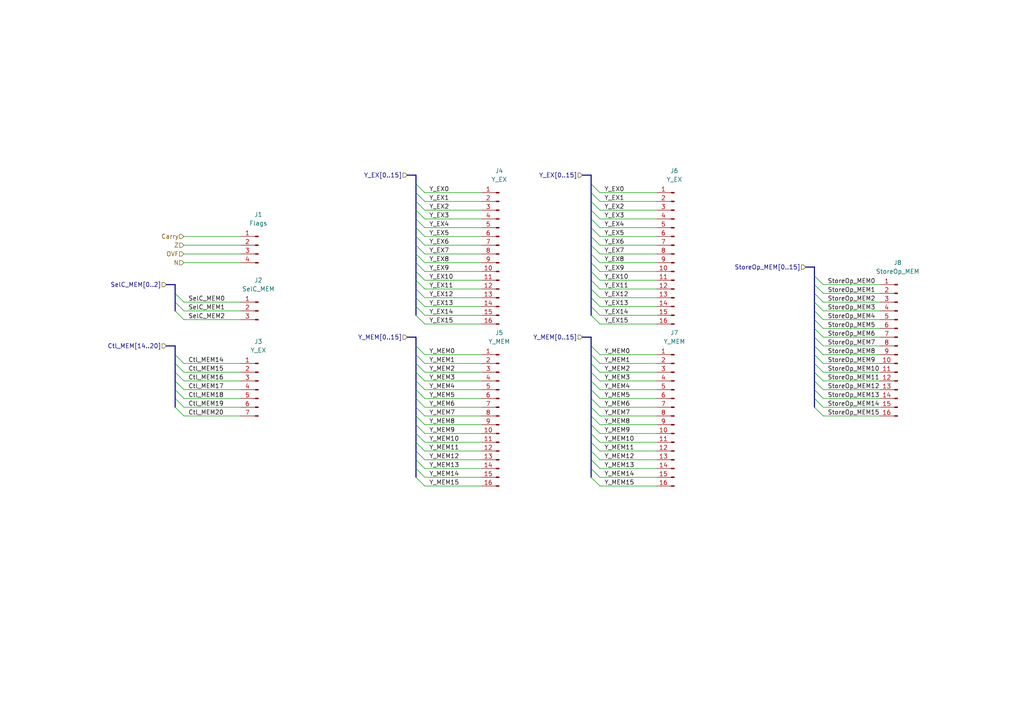
<source format=kicad_sch>
(kicad_sch (version 20230121) (generator eeschema)
  (paper "A4")
  (title_block (title "Turtle16: EX Module Outputs") (date "2022-09-24") (rev "B"))
  (lib_symbols
    (symbol "Connector:Conn_01x03_Male" (pin_names (offset 1.016) hide)
      (property "Reference" "J" (at 0 5.08 0))
      (property "Value" "Conn_01x03_Male" (at 0 -5.08 0))
      (symbol "Conn_01x03_Male_1_1"
        (polyline (pts (xy 1.27 -2.54) (xy 0.8636 -2.54)) (stroke (width 0.1524)))
        (polyline (pts (xy 1.27 0) (xy 0.8636 0)) (stroke (width 0.1524)))
        (polyline (pts (xy 1.27 2.54) (xy 0.8636 2.54)) (stroke (width 0.1524)))
        (rectangle (start 0.8636 -2.413) (end 0 -2.667) (stroke (width 0.1524)) (fill (type outline)))
        (rectangle (start 0.8636 0.127) (end 0 -0.127) (stroke (width 0.1524)) (fill (type outline)))
        (rectangle (start 0.8636 2.667) (end 0 2.413) (stroke (width 0.1524)) (fill (type outline)))
        (pin passive line (at 5.08 2.54 180) (length 3.81) (name "Pin_1") (number "1"))
        (pin passive line (at 5.08 0 180) (length 3.81) (name "Pin_2") (number "2"))
        (pin passive line (at 5.08 -2.54 180) (length 3.81) (name "Pin_3") (number "3"))
      )
    )
    (symbol "Connector:Conn_01x04_Male" (pin_names (offset 1.016) hide)
      (property "Reference" "J" (at 0 5.08 0))
      (property "Value" "Conn_01x04_Male" (at 0 -7.62 0))
      (symbol "Conn_01x04_Male_1_1"
        (polyline (pts (xy 1.27 -5.08) (xy 0.8636 -5.08)) (stroke (width 0.1524)))
        (polyline (pts (xy 1.27 -2.54) (xy 0.8636 -2.54)) (stroke (width 0.1524)))
        (polyline (pts (xy 1.27 0) (xy 0.8636 0)) (stroke (width 0.1524)))
        (polyline (pts (xy 1.27 2.54) (xy 0.8636 2.54)) (stroke (width 0.1524)))
        (rectangle (start 0.8636 -4.953) (end 0 -5.207) (stroke (width 0.1524)) (fill (type outline)))
        (rectangle (start 0.8636 -2.413) (end 0 -2.667) (stroke (width 0.1524)) (fill (type outline)))
        (rectangle (start 0.8636 0.127) (end 0 -0.127) (stroke (width 0.1524)) (fill (type outline)))
        (rectangle (start 0.8636 2.667) (end 0 2.413) (stroke (width 0.1524)) (fill (type outline)))
        (pin passive line (at 5.08 2.54 180) (length 3.81) (name "Pin_1") (number "1"))
        (pin passive line (at 5.08 0 180) (length 3.81) (name "Pin_2") (number "2"))
        (pin passive line (at 5.08 -2.54 180) (length 3.81) (name "Pin_3") (number "3"))
        (pin passive line (at 5.08 -5.08 180) (length 3.81) (name "Pin_4") (number "4"))
      )
    )
    (symbol "Connector:Conn_01x07_Male" (pin_names (offset 1.016) hide)
      (property "Reference" "J" (at 0 10.16 0))
      (property "Value" "Conn_01x07_Male" (at 0 -10.16 0))
      (symbol "Conn_01x07_Male_1_1"
        (polyline (pts (xy 1.27 -7.62) (xy 0.8636 -7.62)) (stroke (width 0.1524)))
        (polyline (pts (xy 1.27 -5.08) (xy 0.8636 -5.08)) (stroke (width 0.1524)))
        (polyline (pts (xy 1.27 -2.54) (xy 0.8636 -2.54)) (stroke (width 0.1524)))
        (polyline (pts (xy 1.27 0) (xy 0.8636 0)) (stroke (width 0.1524)))
        (polyline (pts (xy 1.27 2.54) (xy 0.8636 2.54)) (stroke (width 0.1524)))
        (polyline (pts (xy 1.27 5.08) (xy 0.8636 5.08)) (stroke (width 0.1524)))
        (polyline (pts (xy 1.27 7.62) (xy 0.8636 7.62)) (stroke (width 0.1524)))
        (rectangle (start 0.8636 -7.493) (end 0 -7.747) (stroke (width 0.1524)) (fill (type outline)))
        (rectangle (start 0.8636 -4.953) (end 0 -5.207) (stroke (width 0.1524)) (fill (type outline)))
        (rectangle (start 0.8636 -2.413) (end 0 -2.667) (stroke (width 0.1524)) (fill (type outline)))
        (rectangle (start 0.8636 0.127) (end 0 -0.127) (stroke (width 0.1524)) (fill (type outline)))
        (rectangle (start 0.8636 2.667) (end 0 2.413) (stroke (width 0.1524)) (fill (type outline)))
        (rectangle (start 0.8636 5.207) (end 0 4.953) (stroke (width 0.1524)) (fill (type outline)))
        (rectangle (start 0.8636 7.747) (end 0 7.493) (stroke (width 0.1524)) (fill (type outline)))
        (pin passive line (at 5.08 7.62 180) (length 3.81) (name "Pin_1") (number "1"))
        (pin passive line (at 5.08 5.08 180) (length 3.81) (name "Pin_2") (number "2"))
        (pin passive line (at 5.08 2.54 180) (length 3.81) (name "Pin_3") (number "3"))
        (pin passive line (at 5.08 0 180) (length 3.81) (name "Pin_4") (number "4"))
        (pin passive line (at 5.08 -2.54 180) (length 3.81) (name "Pin_5") (number "5"))
        (pin passive line (at 5.08 -5.08 180) (length 3.81) (name "Pin_6") (number "6"))
        (pin passive line (at 5.08 -7.62 180) (length 3.81) (name "Pin_7") (number "7"))
      )
    )
    (symbol "Connector:Conn_01x16_Male" (pin_names (offset 1.016) hide)
      (property "Reference" "J" (at 0 20.32 0))
      (property "Value" "Conn_01x16_Male" (at 0 -22.86 0))
      (symbol "Conn_01x16_Male_1_1"
        (polyline (pts (xy 1.27 -20.32) (xy 0.8636 -20.32)) (stroke (width 0.1524)))
        (polyline (pts (xy 1.27 -17.78) (xy 0.8636 -17.78)) (stroke (width 0.1524)))
        (polyline (pts (xy 1.27 -15.24) (xy 0.8636 -15.24)) (stroke (width 0.1524)))
        (polyline (pts (xy 1.27 -12.7) (xy 0.8636 -12.7)) (stroke (width 0.1524)))
        (polyline (pts (xy 1.27 -10.16) (xy 0.8636 -10.16)) (stroke (width 0.1524)))
        (polyline (pts (xy 1.27 -7.62) (xy 0.8636 -7.62)) (stroke (width 0.1524)))
        (polyline (pts (xy 1.27 -5.08) (xy 0.8636 -5.08)) (stroke (width 0.1524)))
        (polyline (pts (xy 1.27 -2.54) (xy 0.8636 -2.54)) (stroke (width 0.1524)))
        (polyline (pts (xy 1.27 0) (xy 0.8636 0)) (stroke (width 0.1524)))
        (polyline (pts (xy 1.27 2.54) (xy 0.8636 2.54)) (stroke (width 0.1524)))
        (polyline (pts (xy 1.27 5.08) (xy 0.8636 5.08)) (stroke (width 0.1524)))
        (polyline (pts (xy 1.27 7.62) (xy 0.8636 7.62)) (stroke (width 0.1524)))
        (polyline (pts (xy 1.27 10.16) (xy 0.8636 10.16)) (stroke (width 0.1524)))
        (polyline (pts (xy 1.27 12.7) (xy 0.8636 12.7)) (stroke (width 0.1524)))
        (polyline (pts (xy 1.27 15.24) (xy 0.8636 15.24)) (stroke (width 0.1524)))
        (polyline (pts (xy 1.27 17.78) (xy 0.8636 17.78)) (stroke (width 0.1524)))
        (rectangle (start 0.8636 -20.193) (end 0 -20.447) (stroke (width 0.1524)) (fill (type outline)))
        (rectangle (start 0.8636 -17.653) (end 0 -17.907) (stroke (width 0.1524)) (fill (type outline)))
        (rectangle (start 0.8636 -15.113) (end 0 -15.367) (stroke (width 0.1524)) (fill (type outline)))
        (rectangle (start 0.8636 -12.573) (end 0 -12.827) (stroke (width 0.1524)) (fill (type outline)))
        (rectangle (start 0.8636 -10.033) (end 0 -10.287) (stroke (width 0.1524)) (fill (type outline)))
        (rectangle (start 0.8636 -7.493) (end 0 -7.747) (stroke (width 0.1524)) (fill (type outline)))
        (rectangle (start 0.8636 -4.953) (end 0 -5.207) (stroke (width 0.1524)) (fill (type outline)))
        (rectangle (start 0.8636 -2.413) (end 0 -2.667) (stroke (width 0.1524)) (fill (type outline)))
        (rectangle (start 0.8636 0.127) (end 0 -0.127) (stroke (width 0.1524)) (fill (type outline)))
        (rectangle (start 0.8636 2.667) (end 0 2.413) (stroke (width 0.1524)) (fill (type outline)))
        (rectangle (start 0.8636 5.207) (end 0 4.953) (stroke (width 0.1524)) (fill (type outline)))
        (rectangle (start 0.8636 7.747) (end 0 7.493) (stroke (width 0.1524)) (fill (type outline)))
        (rectangle (start 0.8636 10.287) (end 0 10.033) (stroke (width 0.1524)) (fill (type outline)))
        (rectangle (start 0.8636 12.827) (end 0 12.573) (stroke (width 0.1524)) (fill (type outline)))
        (rectangle (start 0.8636 15.367) (end 0 15.113) (stroke (width 0.1524)) (fill (type outline)))
        (rectangle (start 0.8636 17.907) (end 0 17.653) (stroke (width 0.1524)) (fill (type outline)))
        (pin passive line (at 5.08 17.78 180) (length 3.81) (name "Pin_1") (number "1"))
        (pin passive line (at 5.08 -5.08 180) (length 3.81) (name "Pin_10") (number "10"))
        (pin passive line (at 5.08 -7.62 180) (length 3.81) (name "Pin_11") (number "11"))
        (pin passive line (at 5.08 -10.16 180) (length 3.81) (name "Pin_12") (number "12"))
        (pin passive line (at 5.08 -12.7 180) (length 3.81) (name "Pin_13") (number "13"))
        (pin passive line (at 5.08 -15.24 180) (length 3.81) (name "Pin_14") (number "14"))
        (pin passive line (at 5.08 -17.78 180) (length 3.81) (name "Pin_15") (number "15"))
        (pin passive line (at 5.08 -20.32 180) (length 3.81) (name "Pin_16") (number "16"))
        (pin passive line (at 5.08 15.24 180) (length 3.81) (name "Pin_2") (number "2"))
        (pin passive line (at 5.08 12.7 180) (length 3.81) (name "Pin_3") (number "3"))
        (pin passive line (at 5.08 10.16 180) (length 3.81) (name "Pin_4") (number "4"))
        (pin passive line (at 5.08 7.62 180) (length 3.81) (name "Pin_5") (number "5"))
        (pin passive line (at 5.08 5.08 180) (length 3.81) (name "Pin_6") (number "6"))
        (pin passive line (at 5.08 2.54 180) (length 3.81) (name "Pin_7") (number "7"))
        (pin passive line (at 5.08 0 180) (length 3.81) (name "Pin_8") (number "8"))
        (pin passive line (at 5.08 -2.54 180) (length 3.81) (name "Pin_9") (number "9"))
      )
    )
  )
  (bus_entry (at 50.8 102.87) (size 2.54 2.54))
  (bus_entry (at 171.45 135.89) (size 2.54 2.54))
  (bus_entry (at 236.22 107.95) (size 2.54 2.54))
  (bus_entry (at 171.45 91.44) (size 2.54 2.54))
  (bus_entry (at 236.22 90.17) (size 2.54 2.54))
  (bus_entry (at 120.65 110.49) (size 2.54 2.54))
  (bus_entry (at 171.45 78.74) (size 2.54 2.54))
  (bus_entry (at 236.22 80.01) (size 2.54 2.54))
  (bus_entry (at 236.22 100.33) (size 2.54 2.54))
  (bus_entry (at 120.65 105.41) (size 2.54 2.54))
  (bus_entry (at 120.65 60.96) (size 2.54 2.54))
  (bus_entry (at 120.65 63.5) (size 2.54 2.54))
  (bus_entry (at 120.65 81.28) (size 2.54 2.54))
  (bus_entry (at 236.22 102.87) (size 2.54 2.54))
  (bus_entry (at 171.45 58.42) (size 2.54 2.54))
  (bus_entry (at 120.65 78.74) (size 2.54 2.54))
  (bus_entry (at 236.22 97.79) (size 2.54 2.54))
  (bus_entry (at 171.45 123.19) (size 2.54 2.54))
  (bus_entry (at 50.8 90.17) (size 2.54 2.54))
  (bus_entry (at 120.65 91.44) (size 2.54 2.54))
  (bus_entry (at 120.65 53.34) (size 2.54 2.54))
  (bus_entry (at 171.45 71.12) (size 2.54 2.54))
  (bus_entry (at 236.22 85.09) (size 2.54 2.54))
  (bus_entry (at 120.65 83.82) (size 2.54 2.54))
  (bus_entry (at 120.65 66.04) (size 2.54 2.54))
  (bus_entry (at 236.22 87.63) (size 2.54 2.54))
  (bus_entry (at 120.65 100.33) (size 2.54 2.54))
  (bus_entry (at 120.65 76.2) (size 2.54 2.54))
  (bus_entry (at 171.45 118.11) (size 2.54 2.54))
  (bus_entry (at 171.45 130.81) (size 2.54 2.54))
  (bus_entry (at 171.45 105.41) (size 2.54 2.54))
  (bus_entry (at 50.8 105.41) (size 2.54 2.54))
  (bus_entry (at 171.45 88.9) (size 2.54 2.54))
  (bus_entry (at 171.45 73.66) (size 2.54 2.54))
  (bus_entry (at 171.45 66.04) (size 2.54 2.54))
  (bus_entry (at 171.45 53.34) (size 2.54 2.54))
  (bus_entry (at 236.22 105.41) (size 2.54 2.54))
  (bus_entry (at 120.65 55.88) (size 2.54 2.54))
  (bus_entry (at 120.65 128.27) (size 2.54 2.54))
  (bus_entry (at 50.8 115.57) (size 2.54 2.54))
  (bus_entry (at 171.45 86.36) (size 2.54 2.54))
  (bus_entry (at 171.45 81.28) (size 2.54 2.54))
  (bus_entry (at 171.45 100.33) (size 2.54 2.54))
  (bus_entry (at 120.65 86.36) (size 2.54 2.54))
  (bus_entry (at 50.8 87.63) (size 2.54 2.54))
  (bus_entry (at 120.65 107.95) (size 2.54 2.54))
  (bus_entry (at 120.65 120.65) (size 2.54 2.54))
  (bus_entry (at 171.45 102.87) (size 2.54 2.54))
  (bus_entry (at 236.22 115.57) (size 2.54 2.54))
  (bus_entry (at 50.8 85.09) (size 2.54 2.54))
  (bus_entry (at 171.45 115.57) (size 2.54 2.54))
  (bus_entry (at 236.22 95.25) (size 2.54 2.54))
  (bus_entry (at 171.45 133.35) (size 2.54 2.54))
  (bus_entry (at 171.45 68.58) (size 2.54 2.54))
  (bus_entry (at 50.8 118.11) (size 2.54 2.54))
  (bus_entry (at 171.45 110.49) (size 2.54 2.54))
  (bus_entry (at 171.45 128.27) (size 2.54 2.54))
  (bus_entry (at 50.8 110.49) (size 2.54 2.54))
  (bus_entry (at 120.65 138.43) (size 2.54 2.54))
  (bus_entry (at 171.45 138.43) (size 2.54 2.54))
  (bus_entry (at 236.22 110.49) (size 2.54 2.54))
  (bus_entry (at 50.8 113.03) (size 2.54 2.54))
  (bus_entry (at 120.65 113.03) (size 2.54 2.54))
  (bus_entry (at 236.22 118.11) (size 2.54 2.54))
  (bus_entry (at 120.65 58.42) (size 2.54 2.54))
  (bus_entry (at 171.45 63.5) (size 2.54 2.54))
  (bus_entry (at 120.65 123.19) (size 2.54 2.54))
  (bus_entry (at 120.65 71.12) (size 2.54 2.54))
  (bus_entry (at 171.45 120.65) (size 2.54 2.54))
  (bus_entry (at 120.65 118.11) (size 2.54 2.54))
  (bus_entry (at 120.65 115.57) (size 2.54 2.54))
  (bus_entry (at 50.8 107.95) (size 2.54 2.54))
  (bus_entry (at 120.65 88.9) (size 2.54 2.54))
  (bus_entry (at 236.22 113.03) (size 2.54 2.54))
  (bus_entry (at 171.45 60.96) (size 2.54 2.54))
  (bus_entry (at 171.45 83.82) (size 2.54 2.54))
  (bus_entry (at 236.22 82.55) (size 2.54 2.54))
  (bus_entry (at 171.45 125.73) (size 2.54 2.54))
  (bus_entry (at 120.65 73.66) (size 2.54 2.54))
  (bus_entry (at 236.22 92.71) (size 2.54 2.54))
  (bus_entry (at 120.65 125.73) (size 2.54 2.54))
  (bus_entry (at 171.45 76.2) (size 2.54 2.54))
  (bus_entry (at 120.65 133.35) (size 2.54 2.54))
  (bus_entry (at 171.45 55.88) (size 2.54 2.54))
  (bus_entry (at 120.65 68.58) (size 2.54 2.54))
  (bus_entry (at 171.45 113.03) (size 2.54 2.54))
  (bus_entry (at 120.65 130.81) (size 2.54 2.54))
  (bus_entry (at 171.45 107.95) (size 2.54 2.54))
  (bus_entry (at 120.65 135.89) (size 2.54 2.54))
  (bus_entry (at 120.65 102.87) (size 2.54 2.54))
  (bus (pts (xy 120.65 55.88) (xy 120.65 58.42)))
  (wire (pts (xy 173.99 88.9) (xy 190.5 88.9)))
  (bus (pts (xy 171.45 63.5) (xy 171.45 66.04)))
  (wire (pts (xy 123.19 86.36) (xy 139.7 86.36)))
  (wire (pts (xy 173.99 60.96) (xy 190.5 60.96)))
  (wire (pts (xy 173.99 86.36) (xy 190.5 86.36)))
  (bus (pts (xy 120.65 105.41) (xy 120.65 107.95)))
  (wire (pts (xy 173.99 76.2) (xy 190.5 76.2)))
  (bus (pts (xy 236.22 92.71) (xy 236.22 95.25)))
  (bus (pts (xy 120.65 110.49) (xy 120.65 113.03)))
  (bus (pts (xy 120.65 133.35) (xy 120.65 135.89)))
  (wire (pts (xy 123.19 78.74) (xy 139.7 78.74)))
  (bus (pts (xy 236.22 102.87) (xy 236.22 105.41)))
  (wire (pts (xy 173.99 73.66) (xy 190.5 73.66)))
  (wire (pts (xy 123.19 81.28) (xy 139.7 81.28)))
  (wire (pts (xy 53.34 68.58) (xy 69.85 68.58)))
  (wire (pts (xy 123.19 66.04) (xy 139.7 66.04)))
  (wire (pts (xy 123.19 88.9) (xy 139.7 88.9)))
  (bus (pts (xy 171.45 60.96) (xy 171.45 63.5)))
  (wire (pts (xy 123.19 102.87) (xy 139.7 102.87)))
  (bus (pts (xy 50.8 85.09) (xy 50.8 87.63)))
  (wire (pts (xy 53.34 92.71) (xy 69.85 92.71)))
  (bus (pts (xy 236.22 90.17) (xy 236.22 92.71)))
  (bus (pts (xy 120.65 130.81) (xy 120.65 133.35)))
  (bus (pts (xy 171.45 135.89) (xy 171.45 138.43)))
  (wire (pts (xy 238.76 110.49) (xy 255.27 110.49)))
  (wire (pts (xy 173.99 78.74) (xy 190.5 78.74)))
  (bus (pts (xy 171.45 113.03) (xy 171.45 115.57)))
  (wire (pts (xy 238.76 118.11) (xy 255.27 118.11)))
  (bus (pts (xy 236.22 95.25) (xy 236.22 97.79)))
  (bus (pts (xy 118.11 97.79) (xy 120.65 97.79)))
  (wire (pts (xy 123.19 91.44) (xy 139.7 91.44)))
  (wire (pts (xy 123.19 130.81) (xy 139.7 130.81)))
  (bus (pts (xy 171.45 97.79) (xy 171.45 100.33)))
  (wire (pts (xy 173.99 118.11) (xy 190.5 118.11)))
  (wire (pts (xy 173.99 93.98) (xy 190.5 93.98)))
  (wire (pts (xy 123.19 120.65) (xy 139.7 120.65)))
  (wire (pts (xy 173.99 130.81) (xy 190.5 130.81)))
  (wire (pts (xy 238.76 115.57) (xy 255.27 115.57)))
  (bus (pts (xy 233.68 77.47) (xy 236.22 77.47)))
  (bus (pts (xy 171.45 130.81) (xy 171.45 133.35)))
  (bus (pts (xy 50.8 82.55) (xy 50.8 85.09)))
  (wire (pts (xy 53.34 87.63) (xy 69.85 87.63)))
  (wire (pts (xy 238.76 82.55) (xy 255.27 82.55)))
  (wire (pts (xy 238.76 90.17) (xy 255.27 90.17)))
  (bus (pts (xy 236.22 107.95) (xy 236.22 110.49)))
  (wire (pts (xy 238.76 102.87) (xy 255.27 102.87)))
  (wire (pts (xy 238.76 100.33) (xy 255.27 100.33)))
  (wire (pts (xy 53.34 120.65) (xy 69.85 120.65)))
  (wire (pts (xy 123.19 71.12) (xy 139.7 71.12)))
  (wire (pts (xy 123.19 118.11) (xy 139.7 118.11)))
  (wire (pts (xy 173.99 81.28) (xy 190.5 81.28)))
  (wire (pts (xy 238.76 107.95) (xy 255.27 107.95)))
  (bus (pts (xy 120.65 71.12) (xy 120.65 73.66)))
  (wire (pts (xy 53.34 118.11) (xy 69.85 118.11)))
  (wire (pts (xy 123.19 115.57) (xy 139.7 115.57)))
  (bus (pts (xy 236.22 82.55) (xy 236.22 85.09)))
  (bus (pts (xy 50.8 115.57) (xy 50.8 118.11)))
  (wire (pts (xy 173.99 140.97) (xy 190.5 140.97)))
  (bus (pts (xy 171.45 133.35) (xy 171.45 135.89)))
  (wire (pts (xy 238.76 95.25) (xy 255.27 95.25)))
  (wire (pts (xy 173.99 123.19) (xy 190.5 123.19)))
  (wire (pts (xy 123.19 63.5) (xy 139.7 63.5)))
  (bus (pts (xy 120.65 97.79) (xy 120.65 100.33)))
  (bus (pts (xy 50.8 107.95) (xy 50.8 110.49)))
  (bus (pts (xy 171.45 100.33) (xy 171.45 102.87)))
  (wire (pts (xy 173.99 133.35) (xy 190.5 133.35)))
  (wire (pts (xy 53.34 107.95) (xy 69.85 107.95)))
  (bus (pts (xy 171.45 81.28) (xy 171.45 83.82)))
  (bus (pts (xy 171.45 105.41) (xy 171.45 107.95)))
  (wire (pts (xy 53.34 115.57) (xy 69.85 115.57)))
  (wire (pts (xy 238.76 85.09) (xy 255.27 85.09)))
  (bus (pts (xy 236.22 85.09) (xy 236.22 87.63)))
  (bus (pts (xy 50.8 100.33) (xy 50.8 102.87)))
  (wire (pts (xy 238.76 97.79) (xy 255.27 97.79)))
  (bus (pts (xy 171.45 125.73) (xy 171.45 128.27)))
  (bus (pts (xy 120.65 123.19) (xy 120.65 125.73)))
  (bus (pts (xy 236.22 113.03) (xy 236.22 115.57)))
  (wire (pts (xy 173.99 71.12) (xy 190.5 71.12)))
  (bus (pts (xy 171.45 58.42) (xy 171.45 60.96)))
  (bus (pts (xy 171.45 120.65) (xy 171.45 123.19)))
  (bus (pts (xy 120.65 76.2) (xy 120.65 78.74)))
  (bus (pts (xy 120.65 68.58) (xy 120.65 71.12)))
  (wire (pts (xy 173.99 68.58) (xy 190.5 68.58)))
  (bus (pts (xy 171.45 118.11) (xy 171.45 120.65)))
  (wire (pts (xy 123.19 138.43) (xy 139.7 138.43)))
  (wire (pts (xy 53.34 71.12) (xy 69.85 71.12)))
  (wire (pts (xy 123.19 83.82) (xy 139.7 83.82)))
  (wire (pts (xy 123.19 60.96) (xy 139.7 60.96)))
  (bus (pts (xy 171.45 78.74) (xy 171.45 81.28)))
  (bus (pts (xy 48.26 82.55) (xy 50.8 82.55)))
  (bus (pts (xy 236.22 115.57) (xy 236.22 118.11)))
  (bus (pts (xy 120.65 115.57) (xy 120.65 118.11)))
  (bus (pts (xy 236.22 80.01) (xy 236.22 82.55)))
  (wire (pts (xy 123.19 55.88) (xy 139.7 55.88)))
  (bus (pts (xy 120.65 78.74) (xy 120.65 81.28)))
  (bus (pts (xy 236.22 87.63) (xy 236.22 90.17)))
  (bus (pts (xy 168.91 50.8) (xy 171.45 50.8)))
  (wire (pts (xy 173.99 125.73) (xy 190.5 125.73)))
  (bus (pts (xy 50.8 113.03) (xy 50.8 115.57)))
  (bus (pts (xy 171.45 55.88) (xy 171.45 58.42)))
  (wire (pts (xy 53.34 110.49) (xy 69.85 110.49)))
  (wire (pts (xy 123.19 73.66) (xy 139.7 73.66)))
  (wire (pts (xy 173.99 128.27) (xy 190.5 128.27)))
  (bus (pts (xy 171.45 76.2) (xy 171.45 78.74)))
  (bus (pts (xy 120.65 118.11) (xy 120.65 120.65)))
  (bus (pts (xy 120.65 83.82) (xy 120.65 86.36)))
  (wire (pts (xy 123.19 133.35) (xy 139.7 133.35)))
  (bus (pts (xy 171.45 73.66) (xy 171.45 76.2)))
  (wire (pts (xy 123.19 93.98) (xy 139.7 93.98)))
  (wire (pts (xy 53.34 113.03) (xy 69.85 113.03)))
  (wire (pts (xy 173.99 83.82) (xy 190.5 83.82)))
  (wire (pts (xy 53.34 90.17) (xy 69.85 90.17)))
  (wire (pts (xy 123.19 140.97) (xy 139.7 140.97)))
  (bus (pts (xy 120.65 66.04) (xy 120.65 68.58)))
  (bus (pts (xy 171.45 86.36) (xy 171.45 88.9)))
  (bus (pts (xy 236.22 97.79) (xy 236.22 100.33)))
  (wire (pts (xy 123.19 135.89) (xy 139.7 135.89)))
  (bus (pts (xy 236.22 77.47) (xy 236.22 80.01)))
  (wire (pts (xy 173.99 105.41) (xy 190.5 105.41)))
  (bus (pts (xy 120.65 53.34) (xy 120.65 55.88)))
  (bus (pts (xy 171.45 68.58) (xy 171.45 71.12)))
  (wire (pts (xy 123.19 128.27) (xy 139.7 128.27)))
  (bus (pts (xy 171.45 102.87) (xy 171.45 105.41)))
  (wire (pts (xy 173.99 135.89) (xy 190.5 135.89)))
  (wire (pts (xy 53.34 76.2) (xy 69.85 76.2)))
  (wire (pts (xy 123.19 110.49) (xy 139.7 110.49)))
  (wire (pts (xy 173.99 66.04) (xy 190.5 66.04)))
  (bus (pts (xy 120.65 107.95) (xy 120.65 110.49)))
  (wire (pts (xy 123.19 76.2) (xy 139.7 76.2)))
  (wire (pts (xy 173.99 63.5) (xy 190.5 63.5)))
  (bus (pts (xy 171.45 107.95) (xy 171.45 110.49)))
  (wire (pts (xy 123.19 113.03) (xy 139.7 113.03)))
  (wire (pts (xy 238.76 87.63) (xy 255.27 87.63)))
  (wire (pts (xy 173.99 113.03) (xy 190.5 113.03)))
  (bus (pts (xy 236.22 110.49) (xy 236.22 113.03)))
  (bus (pts (xy 120.65 120.65) (xy 120.65 123.19)))
  (wire (pts (xy 173.99 55.88) (xy 190.5 55.88)))
  (wire (pts (xy 173.99 58.42) (xy 190.5 58.42)))
  (bus (pts (xy 171.45 123.19) (xy 171.45 125.73)))
  (bus (pts (xy 171.45 66.04) (xy 171.45 68.58)))
  (bus (pts (xy 171.45 110.49) (xy 171.45 113.03)))
  (wire (pts (xy 173.99 138.43) (xy 190.5 138.43)))
  (wire (pts (xy 238.76 92.71) (xy 255.27 92.71)))
  (wire (pts (xy 123.19 107.95) (xy 139.7 107.95)))
  (bus (pts (xy 120.65 81.28) (xy 120.65 83.82)))
  (bus (pts (xy 50.8 105.41) (xy 50.8 107.95)))
  (bus (pts (xy 120.65 128.27) (xy 120.65 130.81)))
  (wire (pts (xy 173.99 107.95) (xy 190.5 107.95)))
  (bus (pts (xy 120.65 135.89) (xy 120.65 138.43)))
  (bus (pts (xy 48.26 100.33) (xy 50.8 100.33)))
  (wire (pts (xy 173.99 102.87) (xy 190.5 102.87)))
  (bus (pts (xy 50.8 110.49) (xy 50.8 113.03)))
  (bus (pts (xy 236.22 100.33) (xy 236.22 102.87)))
  (wire (pts (xy 173.99 120.65) (xy 190.5 120.65)))
  (wire (pts (xy 173.99 115.57) (xy 190.5 115.57)))
  (bus (pts (xy 120.65 100.33) (xy 120.65 102.87)))
  (bus (pts (xy 120.65 60.96) (xy 120.65 63.5)))
  (wire (pts (xy 53.34 73.66) (xy 69.85 73.66)))
  (wire (pts (xy 53.34 105.41) (xy 69.85 105.41)))
  (wire (pts (xy 173.99 110.49) (xy 190.5 110.49)))
  (wire (pts (xy 173.99 91.44) (xy 190.5 91.44)))
  (wire (pts (xy 123.19 68.58) (xy 139.7 68.58)))
  (bus (pts (xy 171.45 53.34) (xy 171.45 55.88)))
  (bus (pts (xy 118.11 50.8) (xy 120.65 50.8)))
  (bus (pts (xy 168.91 97.79) (xy 171.45 97.79)))
  (bus (pts (xy 171.45 88.9) (xy 171.45 91.44)))
  (bus (pts (xy 236.22 105.41) (xy 236.22 107.95)))
  (wire (pts (xy 238.76 120.65) (xy 255.27 120.65)))
  (bus (pts (xy 120.65 73.66) (xy 120.65 76.2)))
  (bus (pts (xy 171.45 71.12) (xy 171.45 73.66)))
  (bus (pts (xy 171.45 128.27) (xy 171.45 130.81)))
  (bus (pts (xy 120.65 113.03) (xy 120.65 115.57)))
  (wire (pts (xy 123.19 105.41) (xy 139.7 105.41)))
  (bus (pts (xy 120.65 63.5) (xy 120.65 66.04)))
  (wire (pts (xy 123.19 125.73) (xy 139.7 125.73)))
  (wire (pts (xy 238.76 113.03) (xy 255.27 113.03)))
  (bus (pts (xy 120.65 102.87) (xy 120.65 105.41)))
  (wire (pts (xy 238.76 105.41) (xy 255.27 105.41)))
  (wire (pts (xy 123.19 123.19) (xy 139.7 123.19)))
  (wire (pts (xy 123.19 58.42) (xy 139.7 58.42)))
  (bus (pts (xy 50.8 102.87) (xy 50.8 105.41)))
  (bus (pts (xy 171.45 115.57) (xy 171.45 118.11)))
  (bus (pts (xy 171.45 83.82) (xy 171.45 86.36)))
  (bus (pts (xy 171.45 50.8) (xy 171.45 53.34)))
  (bus (pts (xy 120.65 125.73) (xy 120.65 128.27)))
  (bus (pts (xy 120.65 58.42) (xy 120.65 60.96)))
  (bus (pts (xy 50.8 87.63) (xy 50.8 90.17)))
  (bus (pts (xy 120.65 50.8) (xy 120.65 53.34)))
  (bus (pts (xy 120.65 86.36) (xy 120.65 88.9)))
  (bus (pts (xy 120.65 88.9) (xy 120.65 91.44)))
  (label "Y_EX2" (at 175.26 60.96 0))
  (label "Y_EX8" (at 175.26 76.2 0))
  (label "Y_EX10" (at 124.46 81.28 0))
  (label "Y_EX12" (at 175.26 86.36 0))
  (label "Ctl_MEM20" (at 54.61 120.65 0))
  (label "Y_MEM3" (at 175.26 110.49 0))
  (label "Y_EX0" (at 175.26 55.88 0))
  (label "StoreOp_MEM1" (at 240.03 85.09 0))
  (label "Y_MEM4" (at 175.26 113.03 0))
  (label "Y_EX8" (at 124.46 76.2 0))
  (label "Y_EX5" (at 175.26 68.58 0))
  (label "Ctl_MEM16" (at 54.61 110.49 0))
  (label "Y_MEM11" (at 175.26 130.81 0))
  (label "Y_EX6" (at 124.46 71.12 0))
  (label "SelC_MEM0" (at 54.61 87.63 0))
  (label "Y_EX4" (at 124.46 66.04 0))
  (label "Y_EX3" (at 124.46 63.5 0))
  (label "Y_MEM3" (at 124.46 110.49 0))
  (label "Y_MEM12" (at 175.26 133.35 0))
  (label "Y_MEM15" (at 124.46 140.97 0))
  (label "Y_MEM8" (at 175.26 123.19 0))
  (label "Y_EX13" (at 124.46 88.9 0))
  (label "StoreOp_MEM8" (at 240.03 102.87 0))
  (label "Y_EX15" (at 175.26 93.98 0))
  (label "StoreOp_MEM12" (at 240.03 113.03 0))
  (label "Y_EX1" (at 175.26 58.42 0))
  (label "Y_MEM5" (at 175.26 115.57 0))
  (label "Y_MEM2" (at 124.46 107.95 0))
  (label "StoreOp_MEM2" (at 240.03 87.63 0))
  (label "StoreOp_MEM4" (at 240.03 92.71 0))
  (label "Y_MEM13" (at 175.26 135.89 0))
  (label "StoreOp_MEM0" (at 240.03 82.55 0))
  (label "Y_MEM2" (at 175.26 107.95 0))
  (label "Y_MEM11" (at 124.46 130.81 0))
  (label "StoreOp_MEM10" (at 240.03 107.95 0))
  (label "Y_MEM0" (at 124.46 102.87 0))
  (label "StoreOp_MEM13" (at 240.03 115.57 0))
  (label "Y_EX7" (at 124.46 73.66 0))
  (label "StoreOp_MEM11" (at 240.03 110.49 0))
  (label "Y_MEM14" (at 124.46 138.43 0))
  (label "Y_EX12" (at 124.46 86.36 0))
  (label "Y_EX4" (at 175.26 66.04 0))
  (label "Y_EX7" (at 175.26 73.66 0))
  (label "Y_EX14" (at 124.46 91.44 0))
  (label "Y_EX9" (at 175.26 78.74 0))
  (label "Y_EX10" (at 175.26 81.28 0))
  (label "StoreOp_MEM14" (at 240.03 118.11 0))
  (label "Ctl_MEM19" (at 54.61 118.11 0))
  (label "StoreOp_MEM5" (at 240.03 95.25 0))
  (label "Y_MEM4" (at 124.46 113.03 0))
  (label "Y_EX15" (at 124.46 93.98 0))
  (label "Y_MEM13" (at 124.46 135.89 0))
  (label "SelC_MEM2" (at 54.61 92.71 0))
  (label "StoreOp_MEM6" (at 240.03 97.79 0))
  (label "Y_MEM8" (at 124.46 123.19 0))
  (label "SelC_MEM1" (at 54.61 90.17 0))
  (label "Y_MEM9" (at 175.26 125.73 0))
  (label "Y_EX9" (at 124.46 78.74 0))
  (label "Y_EX1" (at 124.46 58.42 0))
  (label "Y_MEM7" (at 175.26 120.65 0))
  (label "Y_MEM15" (at 175.26 140.97 0))
  (label "Y_EX6" (at 175.26 71.12 0))
  (label "Y_MEM1" (at 124.46 105.41 0))
  (label "Y_MEM14" (at 175.26 138.43 0))
  (label "Y_EX11" (at 175.26 83.82 0))
  (label "Y_EX0" (at 124.46 55.88 0))
  (label "StoreOp_MEM3" (at 240.03 90.17 0))
  (label "Y_MEM7" (at 124.46 120.65 0))
  (label "Ctl_MEM17" (at 54.61 113.03 0))
  (label "Y_MEM1" (at 175.26 105.41 0))
  (label "StoreOp_MEM9" (at 240.03 105.41 0))
  (label "Y_EX2" (at 124.46 60.96 0))
  (label "StoreOp_MEM15" (at 240.03 120.65 0))
  (label "Y_MEM6" (at 175.26 118.11 0))
  (label "Y_EX3" (at 175.26 63.5 0))
  (label "Y_MEM10" (at 175.26 128.27 0))
  (label "Y_MEM0" (at 175.26 102.87 0))
  (label "StoreOp_MEM7" (at 240.03 100.33 0))
  (label "Y_MEM12" (at 124.46 133.35 0))
  (label "Y_EX11" (at 124.46 83.82 0))
  (label "Y_MEM6" (at 124.46 118.11 0))
  (label "Y_EX5" (at 124.46 68.58 0))
  (label "Ctl_MEM15" (at 54.61 107.95 0))
  (label "Y_MEM9" (at 124.46 125.73 0))
  (label "Y_MEM10" (at 124.46 128.27 0))
  (label "Y_MEM5" (at 124.46 115.57 0))
  (label "Y_EX13" (at 175.26 88.9 0))
  (label "Y_EX14" (at 175.26 91.44 0))
  (label "Ctl_MEM14" (at 54.61 105.41 0))
  (label "Ctl_MEM18" (at 54.61 115.57 0))
  (hierarchical_label "Y_MEM[0..15]" (shape input) (at 118.11 97.79 180))
  (hierarchical_label "Carry" (shape input) (at 53.34 68.58 180))
  (hierarchical_label "StoreOp_MEM[0..15]" (shape input) (at 233.68 77.47 180))
  (hierarchical_label "Z" (shape input) (at 53.34 71.12 180))
  (hierarchical_label "Y_EX[0..15]" (shape input) (at 168.91 50.8 180))
  (hierarchical_label "Y_EX[0..15]" (shape input) (at 118.11 50.8 180))
  (hierarchical_label "SelC_MEM[0..2]" (shape input) (at 48.26 82.55 180))
  (hierarchical_label "OVF" (shape input) (at 53.34 73.66 180))
  (hierarchical_label "N" (shape input) (at 53.34 76.2 180))
  (hierarchical_label "Y_MEM[0..15]" (shape input) (at 168.91 97.79 180))
  (hierarchical_label "Ctl_MEM[14..20]" (shape input) (at 48.26 100.33 180))
  (symbol (lib_id "Connector:Conn_01x04_Male") (at 74.93 71.12 0) (mirror y) (unit 1)
    (property "Reference" "J1" (at 74.93 62.23 0))
    (property "Value" "Flags" (at 74.93 64.77 0))
    (property "Footprint" "Connector_PinHeader_2.54mm:PinHeader_1x04_P2.54mm_Vertical" (effects hide))
  )
  (symbol (lib_id "Connector:Conn_01x03_Male") (at 74.93 90.17 0) (mirror y) (unit 1)
    (property "Reference" "J2" (at 74.93 81.28 0))
    (property "Value" "SelC_MEM" (at 74.93 83.82 0))
    (property "Footprint" "Connector_PinHeader_2.54mm:PinHeader_1x03_P2.54mm_Vertical" (effects hide))
  )
  (symbol (lib_id "Connector:Conn_01x16_Male") (at 144.78 120.65 0) (mirror y) (unit 1)
    (property "Reference" "J5" (at 144.78 96.52 0))
    (property "Value" "Y_MEM" (at 144.78 99.06 0))
    (property "Footprint" "Connector_PinHeader_2.54mm:PinHeader_1x16_P2.54mm_Vertical" (effects hide))
  )
  (symbol (lib_id "Connector:Conn_01x07_Male") (at 74.93 113.03 0) (mirror y) (unit 1)
    (property "Reference" "J3" (at 74.93 99.06 0))
    (property "Value" "Y_EX" (at 74.93 101.6 0))
    (property "Footprint" "Connector_PinHeader_2.54mm:PinHeader_1x07_P2.54mm_Vertical" (effects hide))
  )
  (symbol (lib_id "Connector:Conn_01x16_Male") (at 195.58 120.65 0) (mirror y) (unit 1)
    (property "Reference" "J7" (at 195.58 96.52 0))
    (property "Value" "Y_MEM" (at 195.58 99.06 0))
    (property "Footprint" "Connector_PinHeader_2.54mm:PinHeader_1x16_P2.54mm_Vertical" (effects hide))
  )
  (symbol (lib_id "Connector:Conn_01x16_Male") (at 195.58 73.66 0) (mirror y) (unit 1)
    (property "Reference" "J6" (at 195.58 49.53 0))
    (property "Value" "Y_EX" (at 195.58 52.07 0))
    (property "Footprint" "Connector_PinHeader_2.54mm:PinHeader_1x16_P2.54mm_Vertical" (effects hide))
  )
  (symbol (lib_id "Connector:Conn_01x16_Male") (at 144.78 73.66 0) (mirror y) (unit 1)
    (property "Reference" "J4" (at 144.78 49.53 0))
    (property "Value" "Y_EX" (at 144.78 52.07 0))
    (property "Footprint" "Connector_PinHeader_2.54mm:PinHeader_1x16_P2.54mm_Vertical" (effects hide))
  )
  (symbol (lib_id "Connector:Conn_01x16_Male") (at 260.35 100.33 0) (mirror y) (unit 1)
    (property "Reference" "J8" (at 260.35 76.2 0))
    (property "Value" "StoreOp_MEM" (at 260.35 78.74 0))
    (property "Footprint" "Connector_PinHeader_2.54mm:PinHeader_1x16_P2.54mm_Vertical" (effects hide))
  )
)
</source>
